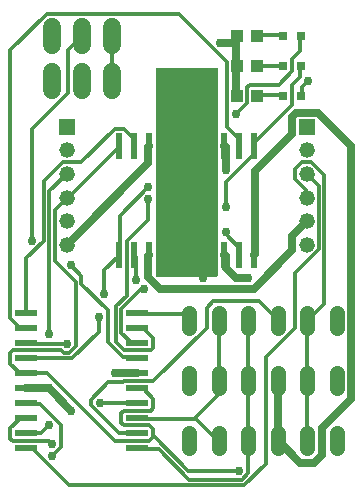
<source format=gbr>
G04 EAGLE Gerber X2 export*
%TF.Part,Single*%
%TF.FileFunction,Copper,L1,Top,Mixed*%
%TF.FilePolarity,Positive*%
%TF.GenerationSoftware,Autodesk,EAGLE,9.1.0*%
%TF.CreationDate,2018-11-25T22:57:03Z*%
G75*
%MOMM*%
%FSLAX34Y34*%
%LPD*%
%AMOC8*
5,1,8,0,0,1.08239X$1,22.5*%
G01*
%ADD10R,0.600000X2.200000*%
%ADD11R,1.320800X1.320800*%
%ADD12C,1.320800*%
%ADD13C,1.308000*%
%ADD14R,1.981200X0.558800*%
%ADD15R,0.800000X0.800000*%
%ADD16R,1.000000X1.100000*%
%ADD17C,1.524000*%
%ADD18C,0.756400*%
%ADD19C,0.700000*%
%ADD20C,0.300000*%

G36*
X190520Y197042D02*
X190520Y197042D01*
X190539Y197040D01*
X190641Y197062D01*
X190743Y197079D01*
X190760Y197088D01*
X190780Y197092D01*
X190869Y197145D01*
X190960Y197194D01*
X190974Y197208D01*
X190991Y197218D01*
X191058Y197297D01*
X191130Y197372D01*
X191138Y197390D01*
X191151Y197405D01*
X191190Y197501D01*
X191233Y197595D01*
X191235Y197615D01*
X191243Y197633D01*
X191261Y197800D01*
X191261Y373300D01*
X191258Y373320D01*
X191260Y373339D01*
X191238Y373441D01*
X191222Y373543D01*
X191212Y373560D01*
X191208Y373580D01*
X191155Y373669D01*
X191106Y373760D01*
X191092Y373774D01*
X191082Y373791D01*
X191003Y373858D01*
X190928Y373930D01*
X190910Y373938D01*
X190895Y373951D01*
X190799Y373990D01*
X190705Y374033D01*
X190685Y374035D01*
X190667Y374043D01*
X190500Y374061D01*
X139700Y374061D01*
X139680Y374058D01*
X139661Y374060D01*
X139559Y374038D01*
X139457Y374022D01*
X139440Y374012D01*
X139420Y374008D01*
X139331Y373955D01*
X139240Y373906D01*
X139226Y373892D01*
X139209Y373882D01*
X139142Y373803D01*
X139071Y373728D01*
X139062Y373710D01*
X139049Y373695D01*
X139010Y373599D01*
X138967Y373505D01*
X138965Y373485D01*
X138957Y373467D01*
X138939Y373300D01*
X138939Y197800D01*
X138942Y197780D01*
X138940Y197761D01*
X138962Y197659D01*
X138979Y197557D01*
X138988Y197540D01*
X138992Y197520D01*
X139045Y197431D01*
X139094Y197340D01*
X139108Y197326D01*
X139118Y197309D01*
X139197Y197242D01*
X139272Y197171D01*
X139290Y197162D01*
X139305Y197149D01*
X139401Y197110D01*
X139495Y197067D01*
X139515Y197065D01*
X139533Y197057D01*
X139700Y197039D01*
X190500Y197039D01*
X190520Y197042D01*
G37*
D10*
X120650Y215300D03*
X196850Y307300D03*
X107950Y215300D03*
X133350Y215300D03*
X146050Y215300D03*
X184150Y307300D03*
X209550Y307300D03*
X222250Y307300D03*
X171450Y215300D03*
X209550Y215300D03*
X158750Y215300D03*
X184150Y215300D03*
X222250Y215300D03*
X196850Y215300D03*
X171450Y307300D03*
X158750Y307300D03*
X146050Y307300D03*
X133350Y307300D03*
X120650Y307300D03*
X107950Y307300D03*
D11*
X266700Y324000D03*
D12*
X266700Y304000D03*
X266700Y284000D03*
X266700Y264000D03*
X266700Y244000D03*
X266700Y224000D03*
D11*
X63500Y324000D03*
D12*
X63500Y304000D03*
X63500Y284000D03*
X63500Y264000D03*
X63500Y244000D03*
X63500Y224000D03*
D13*
X292100Y166240D02*
X292100Y153160D01*
X267100Y153160D02*
X267100Y166240D01*
X242100Y166240D02*
X242100Y153160D01*
X217100Y153160D02*
X217100Y166240D01*
X192100Y166240D02*
X192100Y153160D01*
X167100Y153160D02*
X167100Y166240D01*
X292100Y64640D02*
X292100Y51560D01*
X267100Y51560D02*
X267100Y64640D01*
X242100Y64640D02*
X242100Y51560D01*
X217100Y51560D02*
X217100Y64640D01*
X192100Y64640D02*
X192100Y51560D01*
X167100Y51560D02*
X167100Y64640D01*
X292100Y102360D02*
X292100Y115440D01*
X267100Y115440D02*
X267100Y102360D01*
X242100Y102360D02*
X242100Y115440D01*
X217100Y115440D02*
X217100Y102360D01*
X192100Y102360D02*
X192100Y115440D01*
X167100Y115440D02*
X167100Y102360D01*
D14*
X123190Y51750D03*
X123190Y64450D03*
X123190Y77150D03*
X123190Y89850D03*
X123190Y102550D03*
X123190Y115250D03*
X123190Y127950D03*
X123190Y140650D03*
X123190Y153350D03*
X123190Y166050D03*
X29210Y166050D03*
X29210Y153350D03*
X29210Y140650D03*
X29210Y127950D03*
X29210Y115250D03*
X29210Y102550D03*
X29210Y89850D03*
X29210Y77150D03*
X29210Y64450D03*
X29210Y51750D03*
D15*
X246500Y401000D03*
X261500Y401000D03*
X246500Y375600D03*
X261500Y375600D03*
D16*
X207400Y401000D03*
X224400Y401000D03*
X207400Y375600D03*
X224400Y375600D03*
D15*
X246500Y350200D03*
X261500Y350200D03*
D16*
X207400Y350200D03*
X224400Y350200D03*
D17*
X101600Y393380D02*
X101600Y408620D01*
X76200Y408620D02*
X76200Y393380D01*
X50800Y393380D02*
X50800Y408620D01*
X101600Y370520D02*
X101600Y355280D01*
X76200Y355280D02*
X76200Y370520D01*
X50800Y370520D02*
X50800Y355280D01*
D18*
X177800Y330200D03*
X165100Y330200D03*
X152400Y330200D03*
X152400Y342900D03*
X165100Y342900D03*
X177800Y342900D03*
X177800Y355600D03*
X165100Y355600D03*
X152400Y355600D03*
D19*
X206973Y350610D02*
X206973Y375492D01*
X206973Y350610D02*
X207400Y350200D01*
X206973Y375492D02*
X207400Y375600D01*
X206973Y378885D02*
X206973Y394719D01*
X206973Y400374D01*
X207400Y401000D01*
X206973Y378885D02*
X207400Y375600D01*
X48633Y102921D02*
X29406Y102921D01*
X29210Y102550D01*
X104052Y115362D02*
X122148Y115362D01*
X123190Y115250D01*
X193401Y394719D02*
X203580Y394719D01*
X206973Y394719D01*
D18*
X48633Y102921D03*
X104052Y115362D03*
X193401Y394719D03*
D19*
X178698Y197925D02*
X178698Y195663D01*
X66729Y83694D02*
X49764Y100659D01*
X48633Y102921D01*
D18*
X178698Y195663D03*
X66729Y83694D03*
D20*
X266916Y108576D02*
X266916Y58812D01*
X267100Y58100D01*
X266916Y108576D02*
X267100Y108900D01*
X266916Y109707D02*
X266916Y159471D01*
X267100Y159700D01*
X266916Y109707D02*
X267100Y108900D01*
X265785Y264654D02*
X265785Y270309D01*
X256737Y279357D01*
X256737Y288405D01*
X262392Y294060D01*
X270309Y294060D01*
X281619Y282750D01*
X281619Y174174D01*
X268047Y160602D01*
X266700Y264000D02*
X265785Y264654D01*
X268047Y160602D02*
X267100Y159700D01*
X101790Y363051D02*
X101790Y400374D01*
X101790Y363051D02*
X101600Y362900D01*
X101790Y400374D02*
X101600Y401000D01*
X28275Y115362D02*
X23751Y115362D01*
X15834Y123279D01*
X15834Y132327D01*
X18096Y134589D01*
X58812Y134589D01*
X61074Y132327D01*
X65598Y132327D01*
X71253Y137982D01*
X71253Y192270D01*
X53157Y210366D01*
X53157Y253344D01*
X63336Y263523D01*
X29210Y115250D02*
X28275Y115362D01*
X63336Y263523D02*
X63500Y264000D01*
X123279Y101790D02*
X128934Y101790D01*
X136851Y93873D01*
X136851Y85956D01*
X134589Y83694D01*
X111969Y83694D01*
X109707Y81432D01*
X109707Y73515D01*
X111969Y71253D01*
X133458Y71253D01*
X136851Y67860D01*
X136851Y61074D01*
X133458Y57681D01*
X104052Y57681D01*
X46371Y115362D01*
X30537Y115362D01*
X123190Y102550D02*
X123279Y101790D01*
X30537Y115362D02*
X29210Y115250D01*
X64467Y263523D02*
X107445Y306501D01*
X107950Y307300D01*
X64467Y263523D02*
X63500Y264000D01*
X166257Y32799D02*
X209235Y32799D01*
X166257Y32799D02*
X137982Y61074D01*
X136851Y61074D01*
D18*
X209235Y32799D03*
D19*
X222807Y216021D02*
X222807Y286143D01*
X254475Y317811D01*
X254475Y332514D01*
X257868Y335907D01*
X275964Y335907D01*
X304239Y307632D01*
X304239Y93873D01*
X279357Y68991D01*
X279357Y46371D01*
X272571Y39585D01*
X261261Y39585D01*
X243165Y57681D01*
X222250Y215300D02*
X222807Y216021D01*
X242100Y58100D02*
X243165Y57681D01*
X242034Y61074D02*
X242034Y108576D01*
X242100Y108900D01*
X242034Y61074D02*
X242100Y58100D01*
D20*
X261261Y387933D02*
X261261Y400374D01*
X261261Y387933D02*
X254475Y381147D01*
X254475Y370968D01*
X243165Y359658D01*
X218283Y359658D01*
X216021Y357396D01*
X216021Y343824D01*
X206973Y334776D01*
X132327Y272571D02*
X108576Y248820D01*
X108576Y216021D01*
X261261Y400374D02*
X261500Y401000D01*
X108576Y216021D02*
X107950Y215300D01*
X122148Y90480D02*
X91611Y90480D01*
X95004Y182091D02*
X95004Y202449D01*
X107445Y214890D01*
X122148Y90480D02*
X123190Y89850D01*
X107445Y214890D02*
X107950Y215300D01*
D18*
X206973Y334776D03*
X132327Y272571D03*
X91611Y90480D03*
X95004Y182091D03*
D20*
X110838Y128934D02*
X122148Y128934D01*
X110838Y128934D02*
X98397Y141375D01*
X98397Y168519D01*
X75777Y191139D01*
X75777Y197925D01*
X66729Y206973D01*
X33930Y227331D02*
X33930Y322335D01*
X64467Y352872D01*
X64467Y389064D01*
X75777Y400374D01*
X122148Y128934D02*
X123190Y127950D01*
X75777Y400374D02*
X76200Y401000D01*
D18*
X66729Y206973D03*
X33930Y227331D03*
D20*
X261261Y366444D02*
X261261Y375492D01*
X261261Y366444D02*
X254475Y359658D01*
X254475Y342693D01*
X222807Y311025D01*
X222807Y307632D01*
X261261Y375492D02*
X261500Y375600D01*
X222807Y307632D02*
X222250Y307300D01*
X122148Y141375D02*
X117624Y141375D01*
X109707Y149292D01*
X109707Y169650D01*
X126672Y186615D01*
X128934Y186615D01*
X197925Y255606D02*
X197925Y277095D01*
X221676Y300846D01*
X221676Y306501D01*
X122148Y141375D02*
X123190Y140650D01*
X221676Y306501D02*
X222250Y307300D01*
D18*
X128934Y186615D03*
X197925Y255606D03*
D20*
X262392Y350610D02*
X262392Y357396D01*
X268047Y363051D01*
X132327Y262392D02*
X132327Y245427D01*
X114231Y227331D01*
X114231Y180960D01*
X105183Y171912D01*
X105183Y141375D01*
X111969Y134589D01*
X134589Y134589D01*
X136851Y136851D01*
X136851Y144768D01*
X128934Y152685D01*
X123279Y152685D01*
X261500Y350200D02*
X262392Y350610D01*
X123190Y153350D02*
X123279Y152685D01*
D18*
X268047Y363051D03*
X132327Y262392D03*
D20*
X41847Y64467D02*
X29406Y64467D01*
X41847Y64467D02*
X48633Y71253D01*
X29406Y64467D02*
X29210Y64450D01*
D18*
X48633Y71253D03*
D20*
X35061Y50895D02*
X29406Y50895D01*
X35061Y50895D02*
X65598Y20358D01*
X213759Y20358D01*
X231855Y38454D01*
X231855Y128934D01*
X256737Y153816D01*
X256737Y200187D01*
X277095Y220545D01*
X277095Y273702D01*
X266916Y283881D01*
X29210Y51750D02*
X29406Y50895D01*
X266700Y284000D02*
X266916Y283881D01*
D19*
X132327Y214890D02*
X132327Y196794D01*
X142506Y186615D01*
X221676Y186615D01*
X254475Y219414D01*
X254475Y231855D01*
X265785Y243165D01*
X133350Y215300D02*
X132327Y214890D01*
X265785Y243165D02*
X266700Y244000D01*
X197925Y214890D02*
X197925Y204711D01*
X206973Y195663D01*
X217152Y195663D01*
X197925Y214890D02*
X196850Y215300D01*
D18*
X217152Y195663D03*
D20*
X40716Y89349D02*
X29406Y89349D01*
X40716Y89349D02*
X58812Y71253D01*
X58812Y53157D01*
X50895Y45240D01*
X29406Y89349D02*
X29210Y89850D01*
D18*
X50895Y45240D03*
D20*
X28275Y76908D02*
X23751Y76908D01*
X15834Y68991D01*
X15834Y59943D01*
X18096Y57681D01*
X48633Y57681D01*
X50895Y55419D01*
X48633Y148161D02*
X48633Y269178D01*
X63336Y283881D01*
X29210Y77150D02*
X28275Y76908D01*
X63336Y283881D02*
X63500Y284000D01*
D18*
X50895Y55419D03*
X48633Y148161D03*
D19*
X197925Y287274D02*
X197925Y306501D01*
X196850Y307300D01*
D18*
X197925Y287274D03*
D19*
X132327Y292929D02*
X132327Y306501D01*
X132327Y292929D02*
X64467Y225069D01*
X132327Y306501D02*
X133350Y307300D01*
X64467Y225069D02*
X63500Y224000D01*
D20*
X123279Y165126D02*
X161733Y165126D01*
X166257Y160602D01*
X123279Y165126D02*
X123190Y166050D01*
X166257Y160602D02*
X167100Y159700D01*
X141375Y50895D02*
X123279Y50895D01*
X141375Y50895D02*
X167388Y24882D01*
X211497Y24882D01*
X217152Y30537D01*
X217152Y57681D01*
X123279Y50895D02*
X123190Y51750D01*
X217100Y58100D02*
X217152Y57681D01*
X217152Y58812D02*
X217152Y108576D01*
X217100Y108900D01*
X217152Y58812D02*
X217100Y58100D01*
X217152Y109707D02*
X217152Y159471D01*
X217100Y159700D01*
X217152Y109707D02*
X217100Y108900D01*
X173043Y76908D02*
X123279Y76908D01*
X173043Y76908D02*
X191139Y58812D01*
X123279Y76908D02*
X123190Y77150D01*
X191139Y58812D02*
X192100Y58100D01*
X191139Y96135D02*
X191139Y108576D01*
X191139Y96135D02*
X173043Y78039D01*
X191139Y108576D02*
X192100Y108900D01*
X173043Y78039D02*
X173043Y76908D01*
X192270Y109707D02*
X192270Y159471D01*
X192100Y159700D01*
X192270Y109707D02*
X192100Y108900D01*
X67860Y127803D02*
X29406Y127803D01*
X67860Y127803D02*
X90480Y150423D01*
X90480Y162864D01*
X122148Y194532D02*
X122148Y213759D01*
X121017Y214890D01*
X29406Y127803D02*
X29210Y127950D01*
X121017Y214890D02*
X120650Y215300D01*
D18*
X90480Y162864D03*
X122148Y194532D03*
D20*
X63336Y140244D02*
X29406Y140244D01*
X197925Y232986D02*
X197925Y235248D01*
X197925Y232986D02*
X209235Y221676D01*
X209235Y216021D01*
X29406Y140244D02*
X29210Y140650D01*
X209235Y216021D02*
X209550Y215300D01*
D18*
X63336Y140244D03*
X197925Y235248D03*
D20*
X28275Y153816D02*
X23751Y153816D01*
X15834Y161733D01*
X15834Y389064D01*
X46371Y419601D01*
X158340Y419601D01*
X199056Y378885D01*
X199056Y323466D01*
X209235Y313287D01*
X209235Y307632D01*
X29210Y153350D02*
X28275Y153816D01*
X209235Y307632D02*
X209550Y307300D01*
X29406Y212628D02*
X29406Y166257D01*
X29406Y212628D02*
X44109Y227331D01*
X44109Y278226D01*
X59943Y294060D01*
X75777Y294060D01*
X104052Y322335D01*
X111969Y322335D01*
X119886Y314418D01*
X119886Y307632D01*
X29406Y166257D02*
X29210Y166050D01*
X119886Y307632D02*
X120650Y307300D01*
X225069Y401505D02*
X245427Y401505D01*
X246500Y401000D01*
X225069Y401505D02*
X224400Y401000D01*
X225069Y375492D02*
X245427Y375492D01*
X246500Y375600D01*
X225069Y375492D02*
X224400Y375600D01*
X225069Y350610D02*
X245427Y350610D01*
X246500Y350200D01*
X225069Y350610D02*
X224400Y350200D01*
X122148Y64467D02*
X107445Y64467D01*
X83694Y88218D01*
X83694Y92742D01*
X98397Y107445D01*
X110838Y107445D01*
X111969Y108576D01*
X136851Y108576D01*
X182091Y153816D01*
X182091Y170781D01*
X187746Y176436D01*
X226200Y176436D01*
X242034Y160602D01*
X123190Y64450D02*
X122148Y64467D01*
X242100Y159700D02*
X242034Y160602D01*
M02*

</source>
